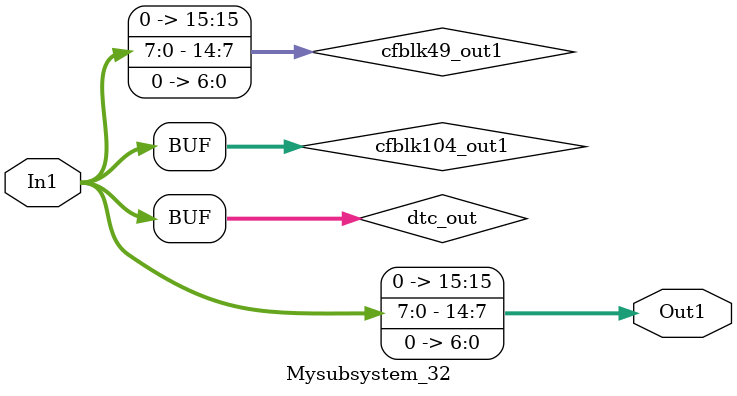
<source format=v>



`timescale 1 ns / 1 ns

module Mysubsystem_32
          (In1,
           Out1);


  input   [7:0] In1;  // uint8
  output  [15:0] Out1;  // ufix16_En7


  wire [7:0] dtc_out;  // ufix8
  wire [7:0] cfblk104_out1;  // uint8
  wire [15:0] cfblk49_out1;  // ufix16_En7


  assign dtc_out = In1;



  assign cfblk104_out1 = dtc_out;



  assign cfblk49_out1 = {1'b0, {cfblk104_out1, 7'b0000000}};



  assign Out1 = cfblk49_out1;

endmodule  // Mysubsystem_32


</source>
